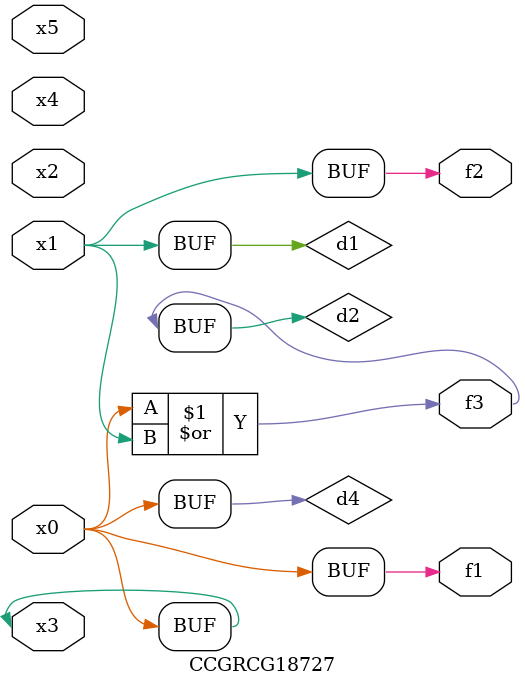
<source format=v>
module CCGRCG18727(
	input x0, x1, x2, x3, x4, x5,
	output f1, f2, f3
);

	wire d1, d2, d3, d4;

	and (d1, x1);
	or (d2, x0, x1);
	nand (d3, x0, x5);
	buf (d4, x0, x3);
	assign f1 = d4;
	assign f2 = d1;
	assign f3 = d2;
endmodule

</source>
